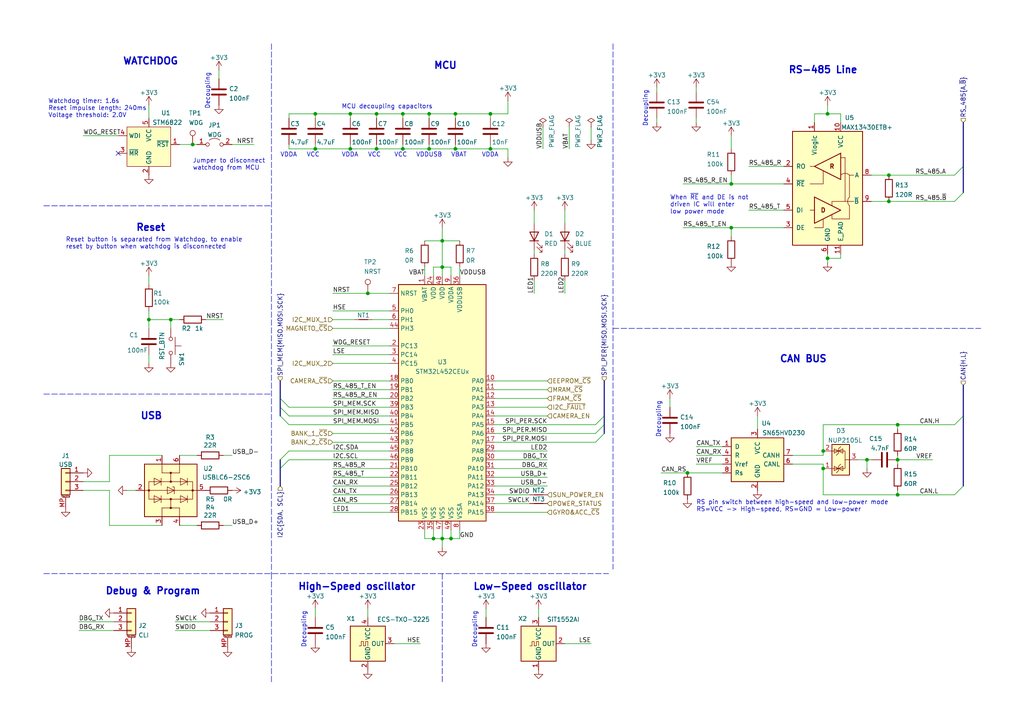
<source format=kicad_sch>
(kicad_sch (version 20211123) (generator eeschema)
  (paper "A4")
  (title_block (title "BUTCube - Flight controller") (date "2022-03-11") (rev "v1.0") (comment 1 "Author: Petr Malaník"))
  (lib_symbols
    (symbol "Connector:TestPoint" (pin_numbers hide) (pin_names (offset 0.762) hide)
      (property "Reference" "TP" (at 0 6.858 0))
      (property "Value" "TestPoint" (at 0 5.08 0))
      (symbol "TestPoint_1_1"
        (pin passive line (at 0 0 90) (length 2.54) (name "1") (number "1"))
      )
    )
    (symbol "Connector_Generic_MountingPin:Conn_01x03_MountingPin" (pin_names (offset 1.016) hide)
      (property "Reference" "J" (at 0 5.08 0))
      (property "Value" "Conn_01x03_MountingPin" (at 1.27 -5.08 0))
      (symbol "Conn_01x03_MountingPin_1_1"
        (text "Mounting" (at 0 -4.191 0) (effects (font (size 0.381 0.381))))
        (pin passive line (at -5.08 2.54 0) (length 3.81) (name "Pin_1") (number "1"))
        (pin passive line (at -5.08 0 0) (length 3.81) (name "Pin_2") (number "2"))
        (pin passive line (at -5.08 -2.54 0) (length 3.81) (name "Pin_3") (number "3"))
        (pin passive line (at 0 -7.62 90) (length 3.048) (name "MountPin") (number "MP"))
      )
    )
    (symbol "Device:C" (pin_numbers hide) (pin_names (offset 0.254))
      (property "Reference" "C" (at 0.635 2.54 0))
      (property "Value" "C" (at 0.635 -2.54 0))
      (symbol "C_1_1"
        (pin passive line (at 0 3.81 270) (length 2.794) (name "~") (number "1"))
        (pin passive line (at 0 -3.81 90) (length 2.794) (name "~") (number "2"))
      )
    )
    (symbol "Device:LED" (pin_numbers hide) (pin_names (offset 1.016) hide)
      (property "Reference" "D" (at 0 2.54 0))
      (property "Value" "LED" (at 0 -2.54 0))
      (symbol "LED_1_1"
        (pin passive line (at -3.81 0 0) (length 2.54) (name "K") (number "1"))
        (pin passive line (at 3.81 0 180) (length 2.54) (name "A") (number "2"))
      )
    )
    (symbol "Device:NetTie_2" (pin_numbers hide) (pin_names (offset 0) hide)
      (property "Reference" "NT" (at 0 1.27 0))
      (property "Value" "NetTie_2" (at 0 -1.27 0))
      (symbol "NetTie_2_1_1"
        (pin passive line (at -2.54 0 0) (length 2.54) (name "1") (number "1"))
        (pin passive line (at 2.54 0 180) (length 2.54) (name "2") (number "2"))
      )
    )
    (symbol "Device:R" (pin_numbers hide) (pin_names (offset 0))
      (property "Reference" "R" (at 2.032 0 90))
      (property "Value" "R" (at 0 0 90))
      (symbol "R_1_1"
        (pin passive line (at 0 3.81 270) (length 1.27) (name "~") (number "1"))
        (pin passive line (at 0 -3.81 90) (length 1.27) (name "~") (number "2"))
      )
    )
    (symbol "Interface_CAN_LIN:SN65HVD230" (pin_names (offset 1.016))
      (property "Reference" "U" (at -2.54 10.16 0))
      (property "Value" "SN65HVD230" (at -2.54 7.62 0))
      (symbol "SN65HVD230_1_1"
        (pin input line (at -10.16 2.54 0) (length 2.54) (name "D") (number "1"))
        (pin power_in line (at 0 -10.16 90) (length 2.54) (name "GND") (number "2"))
        (pin power_in line (at 0 7.62 270) (length 2.54) (name "VCC") (number "3"))
        (pin output line (at -10.16 0 0) (length 2.54) (name "R") (number "4"))
        (pin output line (at -10.16 -2.54 0) (length 2.54) (name "Vref") (number "5"))
        (pin bidirectional line (at 10.16 -2.54 180) (length 2.54) (name "CANL") (number "6"))
        (pin bidirectional line (at 10.16 0 180) (length 2.54) (name "CANH") (number "7"))
        (pin input line (at -10.16 -5.08 0) (length 2.54) (name "Rs") (number "8"))
      )
    )
    (symbol "Jumper:Jumper_2_Open" (pin_names (offset 0) hide)
      (property "Reference" "JP" (at 0 2.794 0))
      (property "Value" "Jumper_2_Open" (at 0 -2.286 0))
      (symbol "Jumper_2_Open_1_1"
        (pin passive line (at -5.08 0 0) (length 2.54) (name "A") (number "1"))
        (pin passive line (at 5.08 0 180) (length 2.54) (name "B") (number "2"))
      )
    )
    (symbol "LED_1" (pin_numbers hide) (pin_names (offset 1.016) hide)
      (property "Reference" "D" (at 0 2.54 0))
      (property "Value" "LED_1" (at 0 -2.54 0))
      (symbol "LED_1_1_1"
        (pin passive line (at -3.81 0 0) (length 2.54) (name "K") (number "1"))
        (pin passive line (at 3.81 0 180) (length 2.54) (name "A") (number "2"))
      )
    )
    (symbol "MCU_ST_STM32L4:STM32L452CEUx"
      (property "Reference" "U" (at -12.7 34.29 0))
      (property "Value" "STM32L452CEUx" (at 7.62 34.29 0))
      (symbol "STM32L452CEUx_1_1"
        (pin power_in line (at -5.08 35.56 270) (length 2.54) (name "VBAT") (number "1"))
        (pin bidirectional line (at 15.24 5.08 180) (length 2.54) (name "PA0") (number "10"))
        (pin bidirectional line (at 15.24 2.54 180) (length 2.54) (name "PA1") (number "11"))
        (pin bidirectional line (at 15.24 0 180) (length 2.54) (name "PA2") (number "12"))
        (pin bidirectional line (at 15.24 -2.54 180) (length 2.54) (name "PA3") (number "13"))
        (pin bidirectional line (at 15.24 -5.08 180) (length 2.54) (name "PA4") (number "14"))
        (pin bidirectional line (at 15.24 -7.62 180) (length 2.54) (name "PA5") (number "15"))
        (pin bidirectional line (at 15.24 -10.16 180) (length 2.54) (name "PA6") (number "16"))
        (pin bidirectional line (at 15.24 -12.7 180) (length 2.54) (name "PA7") (number "17"))
        (pin bidirectional line (at -15.24 5.08 0) (length 2.54) (name "PB0") (number "18"))
        (pin bidirectional line (at -15.24 2.54 0) (length 2.54) (name "PB1") (number "19"))
        (pin bidirectional line (at -15.24 15.24 0) (length 2.54) (name "PC13") (number "2"))
        (pin bidirectional line (at -15.24 0 0) (length 2.54) (name "PB2") (number "20"))
        (pin bidirectional line (at -15.24 -20.32 0) (length 2.54) (name "PB10") (number "21"))
        (pin bidirectional line (at -15.24 -22.86 0) (length 2.54) (name "PB11") (number "22"))
        (pin power_in line (at -5.08 -38.1 90) (length 2.54) (name "VSS") (number "23"))
        (pin power_in line (at -2.54 35.56 270) (length 2.54) (name "VDD") (number "24"))
        (pin bidirectional line (at -15.24 -25.4 0) (length 2.54) (name "PB12") (number "25"))
        (pin bidirectional line (at -15.24 -27.94 0) (length 2.54) (name "PB13") (number "26"))
        (pin bidirectional line (at -15.24 -30.48 0) (length 2.54) (name "PB14") (number "27"))
        (pin bidirectional line (at -15.24 -33.02 0) (length 2.54) (name "PB15") (number "28"))
        (pin bidirectional line (at 15.24 -15.24 180) (length 2.54) (name "PA8") (number "29"))
        (pin bidirectional line (at -15.24 12.7 0) (length 2.54) (name "PC14") (number "3"))
        (pin bidirectional line (at 15.24 -17.78 180) (length 2.54) (name "PA9") (number "30"))
        (pin bidirectional line (at 15.24 -20.32 180) (length 2.54) (name "PA10") (number "31"))
        (pin bidirectional line (at 15.24 -22.86 180) (length 2.54) (name "PA11") (number "32"))
        (pin bidirectional line (at 15.24 -25.4 180) (length 2.54) (name "PA12") (number "33"))
        (pin bidirectional line (at 15.24 -27.94 180) (length 2.54) (name "PA13") (number "34"))
        (pin power_in line (at -2.54 -38.1 90) (length 2.54) (name "VSS") (number "35"))
        (pin power_in line (at 5.08 35.56 270) (length 2.54) (name "VDDUSB") (number "36"))
        (pin bidirectional line (at 15.24 -30.48 180) (length 2.54) (name "PA14") (number "37"))
        (pin bidirectional line (at 15.24 -33.02 180) (length 2.54) (name "PA15") (number "38"))
        (pin bidirectional line (at -15.24 -2.54 0) (length 2.54) (name "PB3") (number "39"))
        (pin bidirectional line (at -15.24 10.16 0) (length 2.54) (name "PC15") (number "4"))
        (pin bidirectional line (at -15.24 -5.08 0) (length 2.54) (name "PB4") (number "40"))
        (pin bidirectional line (at -15.24 -7.62 0) (length 2.54) (name "PB5") (number "41"))
        (pin bidirectional line (at -15.24 -10.16 0) (length 2.54) (name "PB6") (number "42"))
        (pin bidirectional line (at -15.24 -12.7 0) (length 2.54) (name "PB7") (number "43"))
        (pin bidirectional line (at -15.24 20.32 0) (length 2.54) (name "PH3") (number "44"))
        (pin bidirectional line (at -15.24 -15.24 0) (length 2.54) (name "PB8") (number "45"))
        (pin bidirectional line (at -15.24 -17.78 0) (length 2.54) (name "PB9") (number "46"))
        (pin power_in line (at 0 -38.1 90) (length 2.54) (name "VSS") (number "47"))
        (pin power_in line (at 0 35.56 270) (length 2.54) (name "VDD") (number "48"))
        (pin power_in line (at 2.54 -38.1 90) (length 2.54) (name "VSS") (number "49"))
        (pin input line (at -15.24 25.4 0) (length 2.54) (name "PH0") (number "5"))
        (pin input line (at -15.24 22.86 0) (length 2.54) (name "PH1") (number "6"))
        (pin input line (at -15.24 30.48 0) (length 2.54) (name "NRST") (number "7"))
        (pin power_in line (at 5.08 -38.1 90) (length 2.54) (name "VSSA") (number "8"))
        (pin power_in line (at 2.54 35.56 270) (length 2.54) (name "VDDA") (number "9"))
      )
    )
    (symbol "Power_Protection:NUP2105L" (pin_names hide)
      (property "Reference" "D" (at 5.715 2.54 0))
      (property "Value" "NUP2105L" (at 5.715 0.635 0))
      (symbol "NUP2105L_0_0"
        (pin passive line (at 0 -5.08 90) (length 2.54) (name "A") (number "3"))
      )
      (symbol "NUP2105L_1_1"
        (pin passive line (at -2.54 5.08 270) (length 2.54) (name "K") (number "1"))
        (pin passive line (at 2.54 5.08 270) (length 2.54) (name "K") (number "2"))
      )
    )
    (symbol "Power_Protection:USBLC6-2SC6" (pin_names hide)
      (property "Reference" "U" (at 2.54 8.89 0))
      (property "Value" "USBLC6-2SC6" (at 2.54 -8.89 0))
      (symbol "USBLC6-2SC6_1_1"
        (pin passive line (at -10.16 -2.54 0) (length 2.54) (name "I/O1") (number "1"))
        (pin passive line (at 0 -10.16 90) (length 2.54) (name "GND") (number "2"))
        (pin passive line (at 10.16 -2.54 180) (length 2.54) (name "I/O2") (number "3"))
        (pin passive line (at 10.16 2.54 180) (length 2.54) (name "I/O2") (number "4"))
        (pin passive line (at 0 10.16 270) (length 2.54) (name "VBUS") (number "5"))
        (pin passive line (at -10.16 2.54 0) (length 2.54) (name "I/O1") (number "6"))
      )
    )
    (symbol "Switch:SW_Push" (pin_numbers hide) (pin_names (offset 1.016) hide)
      (property "Reference" "SW" (at 1.27 2.54 0))
      (property "Value" "SW_Push" (at 0 -1.524 0))
      (symbol "SW_Push_0_1"
        (pin passive line (at -5.08 0 0) (length 2.54) (name "1") (number "1"))
        (pin passive line (at 5.08 0 180) (length 2.54) (name "2") (number "2"))
      )
    )
    (symbol "TCY_IC:MAX13430ETB+" (pin_names (offset 1.016))
      (property "Reference" "U" (at -10.16 19.05 0))
      (property "Value" "MAX13430ETB+" (at 5.08 19.05 0))
      (symbol "MAX13430ETB+_0_0"
        (text "D" (at -1.27 -5.08 0) (effects (font (size 1.27 1.27) bold)))
        (text "R" (at 1.27 7.62 0) (effects (font (size 1.27 1.27) bold)))
      )
      (symbol "MAX13430ETB+_1_1"
        (pin power_in line (at -3.81 20.32 270) (length 2.54) (name "Vlogic") (number "1"))
        (pin power_in line (at 3.81 20.32 270) (length 2.54) (name "VCC") (number "10"))
        (pin power_in line (at 3.81 -17.78 90) (length 2.54) (name "E_PAD") (number "11"))
        (pin output line (at -12.7 7.62 0) (length 2.54) (name "RO") (number "2"))
        (pin input line (at -12.7 -10.16 0) (length 2.54) (name "DE") (number "3"))
        (pin input line (at -12.7 2.54 0) (length 2.54) (name "~{RE}") (number "4"))
        (pin input line (at -12.7 -5.08 0) (length 2.54) (name "DI") (number "5"))
        (pin power_in line (at 0 -17.78 90) (length 2.54) (name "GND") (number "6"))
        (pin no_connect line (at 10.16 1.27 180) (length 2.54) hide (name "NC") (number "7"))
        (pin input line (at 12.7 5.08 180) (length 2.54) (name "A") (number "8"))
        (pin input line (at 12.7 -2.54 180) (length 2.54) (name "~{B}") (number "9"))
      )
    )
    (symbol "TCY_IC:STM6822"
      (property "Reference" "U" (at 6.35 13.97 0))
      (property "Value" "STM6822" (at 6.35 16.51 0))
      (symbol "STM6822_1_1"
        (pin open_collector line (at 8.89 6.35 180) (length 2.54) (name "~{RST}") (number "1"))
        (pin passive line (at 0 -2.54 90) (length 2.54) (name "GND") (number "2"))
        (pin input line (at -8.89 3.81 0) (length 2.54) (name "~{MR}") (number "3"))
        (pin input line (at -8.89 8.89 0) (length 2.54) (name "WDI") (number "4"))
        (pin power_in line (at 0 13.97 270) (length 2.54) (name "VCC") (number "5"))
      )
    )
    (symbol "TCY_ocillators:ECS-TXO-3225" (pin_names (offset 0.254))
      (property "Reference" "X" (at -6.35 6.35 0))
      (property "Value" "ECS-TXO-3225" (at 1.27 6.35 0))
      (symbol "ECS-TXO-3225_1_1"
        (pin no_connect line (at -7.62 0 0) (length 2.54) hide (name "NC") (number "1"))
        (pin power_in line (at 0 -7.62 90) (length 2.54) (name "GND") (number "2"))
        (pin output line (at 7.62 0 180) (length 2.54) (name "OUT") (number "3"))
        (pin power_in line (at 0 7.62 270) (length 2.54) (name "VCC") (number "4"))
      )
    )
    (symbol "TCY_ocillators:SiT1552AI" (pin_names (offset 0.254))
      (property "Reference" "X" (at -6.35 6.35 0))
      (property "Value" "SiT1552AI" (at 1.27 6.35 0))
      (symbol "SiT1552AI_1_1"
        (pin power_in line (at 0 -7.62 90) (length 2.54) (name "GND") (number "1"))
        (pin output line (at 7.62 0 180) (length 2.54) (name "OUT") (number "2"))
        (pin power_in line (at 0 7.62 270) (length 2.54) (name "VCC") (number "3"))
        (pin power_in line (at 0 -7.62 90) (length 2.54) hide (name "GND") (number "4"))
      )
    )
    (symbol "power:+3.3V" (power) (pin_names (offset 0))
      (property "Value" "+3.3V" (at 0 3.556 0))
      (symbol "+3.3V_1_1"
        (pin power_in line (at 0 0 90) (length 0) hide (name "+3V3") (number "1"))
      )
    )
    (symbol "power:GND" (power) (pin_names (offset 0))
      (property "Value" "GND" (at 0 -3.81 0))
      (symbol "GND_1_1"
        (pin power_in line (at 0 0 270) (length 0) hide (name "GND") (number "1"))
      )
    )
    (symbol "power:PWR_FLAG" (power) (pin_numbers hide) (pin_names (offset 0) hide)
      (property "Value" "PWR_FLAG" (at 0 3.81 0))
      (symbol "PWR_FLAG_0_0"
        (pin power_out line (at 0 0 90) (length 0) (name "pwr") (number "1"))
      )
    )
  )
  (junction (at 106.68 85.09))
  (junction (at 128.27 77.47) (diameter 0.9144))
  (junction (at 43.18 92.71) (diameter 0.9144))
  (junction (at 260.35 133.35) (diameter 0.9144))
  (junction (at 128.27 156.21) (diameter 0.9144))
  (junction (at 101.6 43.18) (diameter 0.9144))
  (junction (at 240.03 74.93) (diameter 0.9144))
  (junction (at 212.09 66.04) (diameter 0.9144))
  (junction (at 101.6 33.02) (diameter 0.9144))
  (junction (at 91.44 43.18) (diameter 0.9144))
  (junction (at 251.46 133.35) (diameter 0.9144))
  (junction (at 260.35 143.51) (diameter 0.9144))
  (junction (at 142.24 43.18) (diameter 0.9144))
  (junction (at 260.35 123.19) (diameter 0.9144))
  (junction (at 132.08 33.02) (diameter 0.9144))
  (junction (at 199.39 137.16) (diameter 0.9144))
  (junction (at 49.53 92.71) (diameter 0.9144))
  (junction (at 238.76 135.89) (diameter 0.9144))
  (junction (at 116.84 33.02) (diameter 0.9144))
  (junction (at 132.08 43.18) (diameter 0.9144))
  (junction (at 109.22 43.18) (diameter 0.9144))
  (junction (at 116.84 43.18) (diameter 0.9144))
  (junction (at 91.44 33.02) (diameter 0.9144))
  (junction (at 109.22 33.02) (diameter 0.9144))
  (junction (at 125.73 156.21) (diameter 0.9144))
  (junction (at 124.46 43.18) (diameter 0.9144))
  (junction (at 257.81 58.42) (diameter 0.9144))
  (junction (at 124.46 33.02) (diameter 0.9144))
  (junction (at 257.81 50.8) (diameter 0.9144))
  (junction (at 128.27 69.85) (diameter 0.9144))
  (junction (at 212.09 53.34) (diameter 0.9144))
  (junction (at 55.88 41.91) (diameter 0.9144))
  (junction (at 142.24 33.02) (diameter 0.9144))
  (junction (at 240.03 33.02) (diameter 0.9144))
  (junction (at 238.76 130.81) (diameter 0.9144))
  (junction (at 130.81 156.21) (diameter 0.9144))
  (no_connect (at 34.29 44.45))
  (bus_entry (at 81.28 120.65) (size 2.54 2.54))
  (bus_entry (at 279.4 140.97) (size -2.54 2.54))
  (bus_entry (at 81.28 118.11) (size 2.54 2.54))
  (bus_entry (at 279.4 48.26) (size -2.54 2.54))
  (bus_entry (at 175.26 123.19) (size -2.54 2.54))
  (bus_entry (at 279.4 55.88) (size -2.54 2.54))
  (bus_entry (at 175.26 120.65) (size -2.54 2.54))
  (bus_entry (at 279.4 120.65) (size -2.54 2.54))
  (bus_entry (at 175.26 125.73) (size -2.54 2.54))
  (bus_entry (at 81.28 133.35) (size 2.54 -2.54))
  (bus_entry (at 81.28 135.89) (size 2.54 -2.54))
  (bus_entry (at 81.28 115.57) (size 2.54 2.54))
  (wire (pts (xy 96.52 113.03) (xy 113.03 113.03)))
  (polyline (pts (xy 12.7 166.37) (xy 176.53 166.37)) (stroke (width 0) (type dash)))
  (wire (pts (xy 257.81 50.8) (xy 276.86 50.8)))
  (wire (pts (xy 96.52 102.87) (xy 113.03 102.87)))
  (wire (pts (xy 52.07 152.4) (xy 57.15 152.4)))
  (wire (pts (xy 43.18 80.01) (xy 43.18 82.55)))
  (wire (pts (xy 198.12 53.34) (xy 212.09 53.34)))
  (wire (pts (xy 60.96 182.88) (xy 50.8 182.88)))
  (wire (pts (xy 24.13 142.24) (xy 31.75 142.24)))
  (wire (pts (xy 260.35 133.35) (xy 270.51 133.35)))
  (wire (pts (xy 143.51 128.27) (xy 172.72 128.27)))
  (wire (pts (xy 260.35 142.24) (xy 260.35 143.51)))
  (wire (pts (xy 142.24 43.18) (xy 147.32 43.18)))
  (wire (pts (xy 147.32 43.18) (xy 147.32 45.72)))
  (wire (pts (xy 83.82 118.11) (xy 113.03 118.11)))
  (wire (pts (xy 109.22 43.18) (xy 101.6 43.18)))
  (wire (pts (xy 114.3 186.69) (xy 121.92 186.69)))
  (wire (pts (xy 143.51 138.43) (xy 158.75 138.43)))
  (wire (pts (xy 163.83 81.28) (xy 163.83 85.09)))
  (wire (pts (xy 238.76 135.89) (xy 238.76 143.51)))
  (wire (pts (xy 128.27 69.85) (xy 128.27 77.47)))
  (wire (pts (xy 154.94 81.28) (xy 154.94 85.09)))
  (bus (pts (xy 175.26 120.65) (xy 175.26 123.19)))
  (wire (pts (xy 125.73 77.47) (xy 128.27 77.47)))
  (wire (pts (xy 123.19 69.85) (xy 128.27 69.85)))
  (wire (pts (xy 128.27 69.85) (xy 133.35 69.85)))
  (wire (pts (xy 201.93 25.4) (xy 201.93 26.67)))
  (bus (pts (xy 279.4 35.56) (xy 279.4 48.26)))
  (wire (pts (xy 143.51 146.05) (xy 153.67 146.05)))
  (wire (pts (xy 83.82 133.35) (xy 113.03 133.35)))
  (wire (pts (xy 31.75 142.24) (xy 31.75 152.4)))
  (wire (pts (xy 125.73 153.67) (xy 125.73 156.21)))
  (bus (pts (xy 81.28 118.11) (xy 81.28 120.65)))
  (wire (pts (xy 96.52 92.71) (xy 102.87 92.71)))
  (bus (pts (xy 279.4 120.65) (xy 279.4 140.97)))
  (wire (pts (xy 96.52 110.49) (xy 113.03 110.49)))
  (wire (pts (xy 219.71 120.65) (xy 219.71 124.46)))
  (wire (pts (xy 156.21 176.53) (xy 156.21 179.07)))
  (wire (pts (xy 96.52 143.51) (xy 113.03 143.51)))
  (bus (pts (xy 81.28 115.57) (xy 81.28 118.11)))
  (wire (pts (xy 64.77 132.08) (xy 67.31 132.08)))
  (wire (pts (xy 96.52 100.33) (xy 113.03 100.33)))
  (wire (pts (xy 143.51 123.19) (xy 172.72 123.19)))
  (wire (pts (xy 163.83 186.69) (xy 171.45 186.69)))
  (wire (pts (xy 190.5 25.4) (xy 190.5 26.67)))
  (wire (pts (xy 143.51 148.59) (xy 158.75 148.59)))
  (wire (pts (xy 130.81 153.67) (xy 130.81 156.21)))
  (wire (pts (xy 201.93 129.54) (xy 209.55 129.54)))
  (wire (pts (xy 33.02 180.34) (xy 22.86 180.34)))
  (wire (pts (xy 143.51 115.57) (xy 158.75 115.57)))
  (wire (pts (xy 116.84 41.91) (xy 116.84 43.18)))
  (wire (pts (xy 201.93 134.62) (xy 209.55 134.62)))
  (wire (pts (xy 217.17 60.96) (xy 227.33 60.96)))
  (wire (pts (xy 260.35 143.51) (xy 238.76 143.51)))
  (wire (pts (xy 260.35 143.51) (xy 276.86 143.51)))
  (wire (pts (xy 101.6 43.18) (xy 101.6 41.91)))
  (wire (pts (xy 252.73 50.8) (xy 257.81 50.8)))
  (wire (pts (xy 109.22 33.02) (xy 116.84 33.02)))
  (wire (pts (xy 109.22 34.29) (xy 109.22 33.02)))
  (wire (pts (xy 116.84 33.02) (xy 124.46 33.02)))
  (wire (pts (xy 124.46 33.02) (xy 132.08 33.02)))
  (wire (pts (xy 132.08 33.02) (xy 132.08 34.29)))
  (polyline (pts (xy 12.7 114.3) (xy 78.74 114.3)) (stroke (width 0) (type dash)))
  (wire (pts (xy 143.51 135.89) (xy 158.75 135.89)))
  (wire (pts (xy 190.5 34.29) (xy 190.5 35.56)))
  (wire (pts (xy 59.69 92.71) (xy 64.77 92.71)))
  (polyline (pts (xy 78.74 166.37) (xy 78.74 198.12)) (stroke (width 0) (type dash)))
  (wire (pts (xy 96.52 85.09) (xy 106.68 85.09)))
  (wire (pts (xy 83.82 43.18) (xy 83.82 41.91)))
  (wire (pts (xy 91.44 41.91) (xy 91.44 43.18)))
  (wire (pts (xy 91.44 43.18) (xy 83.82 43.18)))
  (wire (pts (xy 133.35 77.47) (xy 133.35 80.01)))
  (wire (pts (xy 212.09 39.37) (xy 212.09 43.18)))
  (wire (pts (xy 252.73 58.42) (xy 257.81 58.42)))
  (wire (pts (xy 142.24 33.02) (xy 142.24 34.29)))
  (bus (pts (xy 175.26 110.49) (xy 175.26 120.65)))
  (wire (pts (xy 128.27 69.85) (xy 128.27 66.04)))
  (wire (pts (xy 96.52 140.97) (xy 113.03 140.97)))
  (wire (pts (xy 101.6 34.29) (xy 101.6 33.02)))
  (wire (pts (xy 154.94 60.96) (xy 154.94 64.77)))
  (wire (pts (xy 154.94 72.39) (xy 154.94 73.66)))
  (wire (pts (xy 24.13 139.7) (xy 31.75 139.7)))
  (wire (pts (xy 43.18 92.71) (xy 49.53 92.71)))
  (wire (pts (xy 49.53 92.71) (xy 52.07 92.71)))
  (polyline (pts (xy 78.74 12.7) (xy 78.74 166.37)) (stroke (width 0) (type dash)))
  (wire (pts (xy 212.09 66.04) (xy 212.09 68.58)))
  (wire (pts (xy 140.97 176.53) (xy 140.97 179.07)))
  (bus (pts (xy 175.26 123.19) (xy 175.26 125.73)))
  (wire (pts (xy 243.84 73.66) (xy 243.84 74.93)))
  (wire (pts (xy 243.84 74.93) (xy 240.03 74.93)))
  (wire (pts (xy 106.68 176.53) (xy 106.68 179.07)))
  (wire (pts (xy 67.31 41.91) (xy 73.66 41.91)))
  (wire (pts (xy 217.17 48.26) (xy 227.33 48.26)))
  (wire (pts (xy 201.93 132.08) (xy 209.55 132.08)))
  (wire (pts (xy 83.82 33.02) (xy 91.44 33.02)))
  (wire (pts (xy 83.82 34.29) (xy 83.82 33.02)))
  (wire (pts (xy 91.44 33.02) (xy 91.44 34.29)))
  (wire (pts (xy 49.53 92.71) (xy 49.53 95.25)))
  (wire (pts (xy 123.19 77.47) (xy 123.19 80.01)))
  (polyline (pts (xy 177.8 12.7) (xy 177.8 165.1)) (stroke (width 0) (type dash)))
  (wire (pts (xy 240.03 73.66) (xy 240.03 74.93)))
  (wire (pts (xy 240.03 74.93) (xy 240.03 76.2)))
  (wire (pts (xy 243.84 33.02) (xy 240.03 33.02)))
  (wire (pts (xy 243.84 35.56) (xy 243.84 33.02)))
  (wire (pts (xy 128.27 153.67) (xy 128.27 156.21)))
  (wire (pts (xy 96.52 105.41) (xy 113.03 105.41)))
  (wire (pts (xy 91.44 33.02) (xy 101.6 33.02)))
  (wire (pts (xy 143.51 113.03) (xy 158.75 113.03)))
  (wire (pts (xy 123.19 156.21) (xy 123.19 153.67)))
  (wire (pts (xy 125.73 156.21) (xy 123.19 156.21)))
  (wire (pts (xy 128.27 156.21) (xy 125.73 156.21)))
  (wire (pts (xy 128.27 158.75) (xy 128.27 156.21)))
  (wire (pts (xy 143.51 140.97) (xy 158.75 140.97)))
  (wire (pts (xy 36.83 142.24) (xy 39.37 142.24)))
  (wire (pts (xy 142.24 41.91) (xy 142.24 43.18)))
  (wire (pts (xy 96.52 146.05) (xy 113.03 146.05)))
  (wire (pts (xy 43.18 90.17) (xy 43.18 92.71)))
  (wire (pts (xy 83.82 120.65) (xy 113.03 120.65)))
  (wire (pts (xy 171.45 36.83) (xy 171.45 40.64)))
  (wire (pts (xy 163.83 60.96) (xy 163.83 64.77)))
  (wire (pts (xy 124.46 33.02) (xy 124.46 34.29)))
  (wire (pts (xy 83.82 130.81) (xy 113.03 130.81)))
  (wire (pts (xy 101.6 33.02) (xy 109.22 33.02)))
  (wire (pts (xy 31.75 152.4) (xy 46.99 152.4)))
  (bus (pts (xy 81.28 135.89) (xy 81.28 140.97)))
  (wire (pts (xy 165.1 36.83) (xy 165.1 43.18)))
  (wire (pts (xy 198.12 66.04) (xy 212.09 66.04)))
  (wire (pts (xy 212.09 66.04) (xy 227.33 66.04)))
  (bus (pts (xy 279.4 111.76) (xy 279.4 120.65)))
  (wire (pts (xy 191.77 137.16) (xy 199.39 137.16)))
  (wire (pts (xy 83.82 123.19) (xy 113.03 123.19)))
  (wire (pts (xy 124.46 41.91) (xy 124.46 43.18)))
  (wire (pts (xy 107.95 92.71) (xy 113.03 92.71)))
  (wire (pts (xy 96.52 138.43) (xy 113.03 138.43)))
  (wire (pts (xy 132.08 33.02) (xy 142.24 33.02)))
  (wire (pts (xy 31.75 132.08) (xy 46.99 132.08)))
  (wire (pts (xy 199.39 137.16) (xy 209.55 137.16)))
  (wire (pts (xy 64.77 152.4) (xy 67.31 152.4)))
  (wire (pts (xy 163.83 72.39) (xy 163.83 73.66)))
  (wire (pts (xy 96.52 125.73) (xy 113.03 125.73)))
  (wire (pts (xy 63.5 20.32) (xy 63.5 22.86)))
  (wire (pts (xy 96.52 128.27) (xy 113.03 128.27)))
  (wire (pts (xy 43.18 102.87) (xy 43.18 105.41)))
  (wire (pts (xy 238.76 123.19) (xy 238.76 130.81)))
  (wire (pts (xy 96.52 115.57) (xy 113.03 115.57)))
  (wire (pts (xy 128.27 77.47) (xy 128.27 80.01)))
  (wire (pts (xy 201.93 34.29) (xy 201.93 35.56)))
  (bus (pts (xy 81.28 133.35) (xy 81.28 135.89)))
  (polyline (pts (xy 128.27 166.37) (xy 128.27 198.12)) (stroke (width 0) (type dash)))
  (wire (pts (xy 236.22 33.02) (xy 240.03 33.02)))
  (wire (pts (xy 236.22 35.56) (xy 236.22 33.02)))
  (wire (pts (xy 240.03 33.02) (xy 240.03 30.48)))
  (wire (pts (xy 143.51 110.49) (xy 158.75 110.49)))
  (wire (pts (xy 142.24 33.02) (xy 147.32 33.02)))
  (wire (pts (xy 260.35 134.62) (xy 260.35 133.35)))
  (wire (pts (xy 52.07 41.91) (xy 55.88 41.91)))
  (wire (pts (xy 55.88 41.91) (xy 57.15 41.91)))
  (wire (pts (xy 130.81 77.47) (xy 128.27 77.47)))
  (wire (pts (xy 130.81 80.01) (xy 130.81 77.47)))
  (wire (pts (xy 43.18 92.71) (xy 43.18 95.25)))
  (wire (pts (xy 96.52 95.25) (xy 113.03 95.25)))
  (wire (pts (xy 143.51 143.51) (xy 153.67 143.51)))
  (wire (pts (xy 229.87 132.08) (xy 238.76 132.08)))
  (wire (pts (xy 238.76 132.08) (xy 238.76 130.81)))
  (wire (pts (xy 143.51 133.35) (xy 158.75 133.35)))
  (wire (pts (xy 96.52 148.59) (xy 113.03 148.59)))
  (wire (pts (xy 24.13 39.37) (xy 34.29 39.37)))
  (wire (pts (xy 194.31 115.57) (xy 194.31 118.11)))
  (wire (pts (xy 128.27 156.21) (xy 130.81 156.21)))
  (wire (pts (xy 130.81 156.21) (xy 133.35 156.21)))
  (wire (pts (xy 133.35 156.21) (xy 133.35 153.67)))
  (wire (pts (xy 143.51 118.11) (xy 158.75 118.11)))
  (wire (pts (xy 143.51 120.65) (xy 158.75 120.65)))
  (wire (pts (xy 132.08 43.18) (xy 142.24 43.18)))
  (wire (pts (xy 52.07 132.08) (xy 57.15 132.08)))
  (wire (pts (xy 257.81 58.42) (xy 276.86 58.42)))
  (polyline (pts (xy 12.7 59.69) (xy 78.74 59.69)) (stroke (width 0) (type dash)))
  (bus (pts (xy 279.4 48.26) (xy 279.4 55.88)))
  (wire (pts (xy 143.51 130.81) (xy 158.75 130.81)))
  (polyline (pts (xy 177.8 95.25) (xy 284.48 95.25)) (stroke (width 0) (type dash)))
  (wire (pts (xy 96.52 135.89) (xy 113.03 135.89)))
  (wire (pts (xy 31.75 139.7) (xy 31.75 132.08)))
  (wire (pts (xy 91.44 176.53) (xy 91.44 179.07)))
  (wire (pts (xy 260.35 123.19) (xy 238.76 123.19)))
  (wire (pts (xy 60.96 180.34) (xy 50.8 180.34)))
  (wire (pts (xy 212.09 50.8) (xy 212.09 53.34)))
  (wire (pts (xy 109.22 43.18) (xy 109.22 41.91)))
  (wire (pts (xy 116.84 43.18) (xy 109.22 43.18)))
  (wire (pts (xy 124.46 43.18) (xy 116.84 43.18)))
  (wire (pts (xy 132.08 41.91) (xy 132.08 43.18)))
  (wire (pts (xy 132.08 43.18) (xy 124.46 43.18)))
  (wire (pts (xy 125.73 77.47) (xy 125.73 80.01)))
  (wire (pts (xy 229.87 134.62) (xy 238.76 134.62)))
  (wire (pts (xy 238.76 134.62) (xy 238.76 135.89)))
  (wire (pts (xy 157.48 36.83) (xy 157.48 43.18)))
  (wire (pts (xy 91.44 43.18) (xy 101.6 43.18)))
  (wire (pts (xy 43.18 30.48) (xy 43.18 34.29)))
  (wire (pts (xy 143.51 125.73) (xy 172.72 125.73)))
  (wire (pts (xy 147.32 29.21) (xy 147.32 33.02)))
  (wire (pts (xy 33.02 182.88) (xy 22.86 182.88)))
  (wire (pts (xy 212.09 53.34) (xy 227.33 53.34)))
  (bus (pts (xy 81.28 110.49) (xy 81.28 115.57)))
  (wire (pts (xy 248.92 133.35) (xy 251.46 133.35)))
  (wire (pts (xy 251.46 133.35) (xy 251.46 135.89)))
  (wire (pts (xy 96.52 90.17) (xy 113.03 90.17)))
  (wire (pts (xy 260.35 132.08) (xy 260.35 133.35)))
  (wire (pts (xy 260.35 123.19) (xy 260.35 124.46)))
  (wire (pts (xy 260.35 123.19) (xy 276.86 123.19)))
  (wire (pts (xy 106.68 85.09) (xy 113.03 85.09)))
  (wire (pts (xy 116.84 33.02) (xy 116.84 34.29)))
  (wire (pts (xy 251.46 133.35) (xy 252.73 133.35)))
  (text "VCC" (at 106.68 45.72 0) (effects (font (size 1.27 1.27)) (justify left bottom)))
  (text "Jumper to disconnect\nwatchdog from MCU" (at 55.88 49.53 0) (effects (font (size 1.27 1.27)) (justify left bottom)))
  (text "VCC" (at 88.9 45.72 0) (effects (font (size 1.27 1.27)) (justify left bottom)))
  (text "Decoupling" (at 88.9 187.96 90) (effects (font (size 1.27 1.27)) (justify left bottom)))
  (text "MCU" (at 125.73 20.32 0) (effects (font (size 2 2) (thickness 0.4) bold) (justify left bottom)))
  (text "CAN BUS" (at 226.06 105.41 0) (effects (font (size 2 2) (thickness 0.4) bold) (justify left bottom)))
  (text "WATCHDOG" (at 35.56 19.05 0) (effects (font (size 2 2) (thickness 0.4) bold) (justify left bottom)))
  (text "When ~{RE} and DE is not\ndriven IC will enter\nlow power mode" (at 194.31 62.23 0) (effects (font (size 1.27 1.27)) (justify left bottom)))
  (text "MCU decoupling capacitors" (at 99.06 31.75 0) (effects (font (size 1.27 1.27)) (justify left bottom)))
  (text "VBAT" (at 130.81 45.72 0) (effects (font (size 1.27 1.27)) (justify left bottom)))
  (text "VDDUSB" (at 120.65 45.72 0) (effects (font (size 1.27 1.27)) (justify left bottom)))
  (text "Decoupling" (at 187.96 36.83 90) (effects (font (size 1.27 1.27)) (justify left bottom)))
  (text "Reset button is separated from Watchdog, to enable\nreset by button when watchdog is disconnected" (at 19.05 72.39 0) (effects (font (size 1.27 1.27)) (justify left bottom)))
  (text "VDDA" (at 139.7 45.72 0) (effects (font (size 1.27 1.27)) (justify left bottom)))
  (text "RS-485 Line" (at 228.6 21.59 0) (effects (font (size 2 2) (thickness 0.4) bold) (justify left bottom)))
  (text "Reset" (at 39.37 67.31 0) (effects (font (size 2 2) (thickness 0.4) bold) (justify left bottom)))
  (text "Low-Speed oscillator" (at 137.16 171.45 0) (effects (font (size 2 2) (thickness 0.4) bold) (justify left bottom)))
  (text "Decoupling" (at 191.77 127 90) (effects (font (size 1.27 1.27)) (justify left bottom)))
  (text "Decoupling" (at 138.43 187.96 90) (effects (font (size 1.27 1.27)) (justify left bottom)))
  (text "Decoupling" (at 60.96 31.75 90) (effects (font (size 1.27 1.27)) (justify left bottom)))
  (text "VCC" (at 114.3 45.72 0) (effects (font (size 1.27 1.27)) (justify left bottom)))
  (text "RS pin switch between high-speed and low-power mode\nRS=VCC -> High-speed, RS=GND = Low-power" (at 201.93 148.59 0) (effects (font (size 1.27 1.27)) (justify left bottom)))
  (text "VDDA" (at 81.28 45.72 0) (effects (font (size 1.27 1.27)) (justify left bottom)))
  (text "High-Speed oscillator" (at 86.36 171.45 0) (effects (font (size 2 2) (thickness 0.4) bold) (justify left bottom)))
  (text "VDDA" (at 99.06 45.72 0) (effects (font (size 1.27 1.27)) (justify left bottom)))
  (text "USB" (at 40.64 121.92 0) (effects (font (size 2 2) (thickness 0.4) bold) (justify left bottom)))
  (text "Watchdog timer: 1.6s\nReset impulse length: 240ms\nVoltage threshold: 2.0V" (at 13.97 34.29 0) (effects (font (size 1.27 1.27)) (justify left bottom)))
  (text "Debug & Program" (at 30.48 172.72 0) (effects (font (size 2 2) (thickness 0.4) bold) (justify left bottom)))
  (label "CAN.H" (at 266.7 123.19 0))
  (label "CAN_RS" (at 191.77 137.16 0))
  (label "RS_485_R_EN" (at 198.12 53.34 0))
  (label "SWDIO" (at 50.8 182.88 0))
  (label "VREF" (at 270.51 133.35 180))
  (label "DBG_TX" (at 22.86 180.34 0))
  (label "CAN.L" (at 266.7 143.51 0))
  (label "RS_485_R_EN" (at 96.52 115.57 0))
  (label "SWDIO" (at 153.67 143.51 180))
  (label "VREF" (at 201.93 134.62 0))
  (label "RS_485_T_EN" (at 96.52 113.03 0))
  (label "NRST" (at 96.52 85.09 0))
  (label "HSE" (at 121.92 186.69 180))
  (label "CAN_RX" (at 201.93 132.08 0))
  (label "SPI_MEM.MISO" (at 96.52 120.65 0))
  (label "RS_485_R" (at 96.52 135.89 0))
  (label "WDG_RESET" (at 96.52 100.33 0))
  (label "VDDUSB" (at 157.48 43.18 90))
  (label "VBAT" (at 165.1 43.18 90))
  (label "SPI_MEM.SCK" (at 96.52 118.11 0))
  (label "WDG_RESET" (at 24.13 39.37 0))
  (label "LED2" (at 163.83 85.09 90))
  (label "DBG_RX" (at 158.75 135.89 180))
  (label "RS_485_R" (at 217.17 48.26 0))
  (label "RS_485.A" (at 265.43 50.8 0))
  (label "VDDUSB" (at 133.35 80.01 0))
  (label "SPI_MEM.MOSI" (at 96.52 123.19 0))
  (label "LSE" (at 96.52 102.87 0))
  (label "RS_485_T" (at 217.17 60.96 0))
  (label "RS_485_T_EN" (at 198.12 66.04 0))
  (label "VBAT" (at 123.19 80.01 180))
  (label "LED1" (at 154.94 85.09 90))
  (label "I2C.SCL" (at 96.52 133.35 0))
  (label "SPI_PER.MISO" (at 158.75 125.73 180))
  (label "GND" (at 133.35 156.21 0))
  (label "CAN_RS" (at 96.52 146.05 0))
  (label "SWCLK" (at 50.8 180.34 0))
  (label "SPI_PER.MOSI" (at 158.75 128.27 180))
  (label "SWCLK" (at 153.67 146.05 180))
  (label "HSE" (at 96.52 90.17 0))
  (label "CAN_RX" (at 96.52 140.97 0))
  (label "SPI_PER.SCK" (at 158.75 123.19 180))
  (label "USB_D+" (at 158.75 138.43 180))
  (label "NRST" (at 64.77 92.71 180))
  (label "CAN_TX" (at 201.93 129.54 0))
  (label "LED2" (at 158.75 130.81 180))
  (label "CAN_TX" (at 96.52 143.51 0))
  (label "RS_485.~{B}" (at 265.43 58.42 0))
  (label "LSE" (at 171.45 186.69 180))
  (label "USB_D-" (at 158.75 140.97 180))
  (label "I2C.SDA" (at 96.52 130.81 0))
  (label "DBG_RX" (at 22.86 182.88 0))
  (label "NRST" (at 73.66 41.91 180))
  (label "RS_485_T" (at 96.52 138.43 0))
  (label "USB_D+" (at 67.31 152.4 0))
  (label "LED1" (at 96.52 148.59 0))
  (label "USB_D-" (at 67.31 132.08 0))
  (label "DBG_TX" (at 158.75 133.35 180))
  (hierarchical_label "POWER_STATUS" (shape input) (at 158.75 146.05 0))
  (hierarchical_label "FRAM_~{CS}" (shape input) (at 158.75 115.57 0))
  (hierarchical_label "SPI_MEM{MISO,MOSI,SCK}" (shape input) (at 81.28 110.49 90))
  (hierarchical_label "I2C_MUX_1" (shape input) (at 96.52 92.71 180))
  (hierarchical_label "MAGNETO_~{CS}" (shape input) (at 96.52 95.25 180))
  (hierarchical_label "I2C{SDA, SCL}" (shape input) (at 81.28 140.97 270))
  (hierarchical_label "CAMERA_EN" (shape input) (at 158.75 120.65 0))
  (hierarchical_label "I2C_~{FAULT}" (shape input) (at 158.75 118.11 0))
  (hierarchical_label "BANK_2_~{CS}" (shape input) (at 96.52 128.27 180))
  (hierarchical_label "EEPROM_~{CS}" (shape input) (at 158.75 110.49 0))
  (hierarchical_label "CAN{H,L}" (shape input) (at 279.4 111.76 90))
  (hierarchical_label "SUN_POWER_EN" (shape input) (at 158.75 143.51 0))
  (hierarchical_label "RS_485{A,~{B}}" (shape input) (at 279.4 35.56 90))
  (hierarchical_label "MRAM_~{CS}" (shape input) (at 158.75 113.03 0))
  (hierarchical_label "CAMERA_~{CS}" (shape input) (at 96.52 110.49 180))
  (hierarchical_label "GYRO&ACC_~{CS}" (shape input) (at 158.75 148.59 0))
  (hierarchical_label "I2C_MUX_2" (shape input) (at 96.52 105.41 180))
  (hierarchical_label "SPI_PER{MISO,MOSI,SCK}" (shape input) (at 175.26 110.49 90))
  (hierarchical_label "BANK_1_~{CS}" (shape input) (at 96.52 125.73 180))
  (symbol (lib_id "TCY_IC:MAX13430ETB+") (at 240.03 55.88 0) (unit 1)
    (property "Reference" "U5" (at 246.38 34.1536 0))
    (property "Value" "MAX13430ETB+" (at 251.46 36.9287 0))
    (property "Footprint" "Package_DFN_QFN:DFN-10-1EP_3x3mm_P0.5mm_EP1.55x2.48mm" (effects hide))
    (property "Datasheet" "https://datasheets.maximintegrated.com/en/ds/MAX13430E-MAX13433E.pdf" (effects hide))
  )
  (symbol (lib_id "power:+3.3V") (at 43.18 30.48 0) (unit 1)
    (property "Reference" "#PWR06" (effects hide))
    (property "Value" "+3.3V" (at 43.18 26.8755 0))
  )
  (symbol (lib_id "power:PWR_FLAG") (at 171.45 36.83 0) (unit 1)
    (property "Reference" "#FLG03" (effects hide))
    (property "Value" "PWR_FLAG" (at 173.99 38.1 90))
  )
  (symbol (lib_id "Device:R") (at 212.09 46.99 0) (unit 1)
    (property "Reference" "R11" (at 204.9781 44.8115 0) (effects (justify left)))
    (property "Value" "100k" (at 204.9781 47.5866 0) (effects (justify left)))
    (property "Footprint" "TCY_passives:R_0603_1608Metric" (effects hide))
  )
  (symbol (lib_id "Device:R") (at 260.35 138.43 0) (unit 1)
    (property "Reference" "R15" (at 262.1281 137.5215 0) (effects (justify left)))
    (property "Value" "60R" (at 262.1281 140.2966 0) (effects (justify left)))
    (property "Footprint" "TCY_passives:R_0603_1608Metric" (effects hide))
  )
  (symbol (lib_id "Device:C") (at 83.82 38.1 0) (unit 1)
    (property "Reference" "C3" (at 84.2011 35.9215 0) (effects (justify left)))
    (property "Value" "4.7uF" (at 84.2011 41.2366 0) (effects (justify left)))
    (property "Footprint" "TCY_passives:C_0603_1608Metric" (effects hide))
  )
  (symbol (lib_id "power:GND") (at 24.13 137.16 90) (unit 1)
    (property "Reference" "#PWR02" (effects hide))
    (property "Value" "GND" (effects hide))
  )
  (symbol (lib_id "Device:C") (at 63.5 26.67 0) (unit 1)
    (property "Reference" "C2" (at 66.4211 25.7615 0) (effects (justify left)))
    (property "Value" "100nF" (at 66.4211 28.5366 0) (effects (justify left)))
    (property "Footprint" "TCY_passives:C_0603_1608Metric" (effects hide))
  )
  (symbol (lib_id "Device:C") (at 109.22 38.1 0) (unit 1)
    (property "Reference" "C7" (at 109.6011 35.9215 0) (effects (justify left)))
    (property "Value" "100nF" (at 109.6011 41.2366 0) (effects (justify left)))
    (property "Footprint" "TCY_passives:C_0603_1608Metric" (effects hide))
  )
  (symbol (lib_id "Interface_CAN_LIN:SN65HVD230") (at 219.71 132.08 0) (unit 1)
    (property "Reference" "U4" (at 222.25 122.7794 0))
    (property "Value" "SN65HVD230" (at 227.33 125.5545 0))
    (property "Footprint" "Package_SO:SOIC-8_3.9x4.9mm_P1.27mm" (effects hide))
    (property "Datasheet" "http://www.ti.com/lit/ds/symlink/sn65hvd230.pdf" (effects hide))
  )
  (symbol (lib_id "power:+3.3V") (at 147.32 29.21 0) (unit 1)
    (property "Reference" "#PWR024" (effects hide))
    (property "Value" "+3.3V" (at 147.32 25.6055 0))
  )
  (symbol (lib_id "power:+3.3V") (at 156.21 176.53 0) (unit 1)
    (property "Reference" "#PWR027" (effects hide))
    (property "Value" "+3.3V" (at 156.21 172.9255 0))
  )
  (symbol (lib_id "Device:C") (at 194.31 121.92 0) (unit 1)
    (property "Reference" "C14" (at 197.2311 121.0115 0) (effects (justify left)))
    (property "Value" "100nF" (at 197.2311 123.7866 0) (effects (justify left)))
    (property "Footprint" "TCY_passives:C_0603_1608Metric" (effects hide))
  )
  (symbol (lib_id "power:+3.3V") (at 212.09 39.37 0) (unit 1)
    (property "Reference" "#PWR036" (effects hide))
    (property "Value" "+3.3V" (at 212.09 35.7655 0))
  )
  (symbol (lib_id "Device:R") (at 43.18 86.36 0) (unit 1)
    (property "Reference" "R1" (at 44.45 85.09 0) (effects (justify left)))
    (property "Value" "100k" (at 44.45 87.63 0) (effects (justify left)))
    (property "Footprint" "TCY_passives:R_0603_1608Metric" (effects hide))
  )
  (symbol (lib_id "Device:R") (at 199.39 140.97 0) (unit 1)
    (property "Reference" "R10" (at 192.2781 140.0615 0) (effects (justify left)))
    (property "Value" "100k" (at 192.2781 142.8366 0) (effects (justify left)))
    (property "Footprint" "TCY_passives:R_0603_1608Metric" (effects hide))
  )
  (symbol (lib_id "power:GND") (at 171.45 40.64 0) (unit 1)
    (property "Reference" "#PWR030" (effects hide))
    (property "Value" "GND" (effects hide))
  )
  (symbol (lib_id "power:PWR_FLAG") (at 157.48 36.83 0) (unit 1)
    (property "Reference" "#FLG01" (effects hide))
    (property "Value" "PWR_FLAG" (at 160.02 38.1 90))
  )
  (symbol (lib_id "Device:R") (at 260.35 128.27 0) (unit 1)
    (property "Reference" "R14" (at 262.1281 127.3615 0) (effects (justify left)))
    (property "Value" "60R" (at 262.1281 130.1366 0) (effects (justify left)))
    (property "Footprint" "TCY_passives:R_0603_1608Metric" (effects hide))
  )
  (symbol (lib_id "Connector_Generic_MountingPin:Conn_01x03_MountingPin") (at 19.05 139.7 0) (mirror y) (unit 1)
    (property "Reference" "J1" (at 19.05 132.1902 0))
    (property "Value" "USB" (at 19.05 134.7271 0))
    (property "Footprint" "TCY_connectors:Amphenol_10114830-11103LF_1x03_P1.25mm_Horizontal" (effects hide))
  )
  (symbol (lib_id "Device:NetTie_2") (at 156.21 143.51 0) (unit 1)
    (property "Reference" "NT2" (at 156.21 142.24 0))
    (property "Value" "NetTie_2" (effects hide))
    (property "Footprint" "TCY_net_ties:NetTie-2_SMD_Pad0.25mm" (effects hide))
  )
  (symbol (lib_id "power:+3.3V") (at 91.44 176.53 0) (unit 1)
    (property "Reference" "#PWR016" (effects hide))
    (property "Value" "+3.3V" (at 91.44 172.9255 0))
  )
  (symbol (lib_id "Device:C") (at 124.46 38.1 0) (unit 1)
    (property "Reference" "C9" (at 124.8411 35.9215 0) (effects (justify left)))
    (property "Value" "100nF" (at 124.8411 41.2366 0) (effects (justify left)))
    (property "Footprint" "TCY_passives:C_0603_1608Metric" (effects hide))
  )
  (symbol (lib_id "Connector_Generic_MountingPin:Conn_01x03_MountingPin") (at 38.1 180.34 0) (unit 1)
    (property "Reference" "J2" (at 40.1321 181.4635 0) (effects (justify left)))
    (property "Value" "CLI" (at 40.1321 184.2386 0) (effects (justify left)))
    (property "Footprint" "TCY_connectors:Amphenol_10114830-11103LF_1x03_P1.25mm_Horizontal" (effects hide))
  )
  (symbol (lib_id "Device:C") (at 101.6 38.1 0) (unit 1)
    (property "Reference" "C6" (at 101.9811 35.9215 0) (effects (justify left)))
    (property "Value" "100nF" (at 101.9811 41.2366 0) (effects (justify left)))
    (property "Footprint" "TCY_passives:C_0603_1608Metric" (effects hide))
  )
  (symbol (lib_id "power:GND") (at 38.1 187.96 0) (unit 1)
    (property "Reference" "#PWR05" (effects hide))
    (property "Value" "GND" (effects hide))
  )
  (symbol (lib_id "power:GND") (at 140.97 186.69 0) (unit 1)
    (property "Reference" "#PWR023" (effects hide))
    (property "Value" "GND" (effects hide))
  )
  (symbol (lib_id "power:GND") (at 156.21 194.31 0) (unit 1)
    (property "Reference" "#PWR028" (effects hide))
    (property "Value" "GND" (effects hide))
  )
  (symbol (lib_id "Device:C") (at 201.93 30.48 0) (unit 1)
    (property "Reference" "C54" (at 204.8511 29.5715 0) (effects (justify left)))
    (property "Value" "100nF" (at 204.8511 32.3466 0) (effects (justify left)))
    (property "Footprint" "TCY_passives:C_0603_1608Metric" (effects hide))
  )
  (symbol (lib_id "TCY_ocillators:SiT1552AI") (at 156.21 186.69 0) (unit 1)
    (property "Reference" "X2" (at 152.908 179.4315 0) (effects (justify right)))
    (property "Value" "SiT1552AI" (at 168.148 179.6666 0) (effects (justify right)))
    (property "Footprint" "TCY_oscillators:CSP-4_1.5x0.8mm" (effects hide))
    (property "Datasheet" "https://www.sitime.com/datasheet/SiT1552" (effects hide))
  )
  (symbol (lib_id "power:GND") (at 66.04 187.96 0) (unit 1)
    (property "Reference" "#PWR014" (effects hide))
    (property "Value" "GND" (effects hide))
  )
  (symbol (lib_id "power:+3.3V") (at 163.83 60.96 0) (unit 1)
    (property "Reference" "#PWR029" (effects hide))
    (property "Value" "+3.3V" (at 163.83 57.3555 0))
  )
  (symbol (lib_id "Device:C") (at 91.44 38.1 0) (unit 1)
    (property "Reference" "C4" (at 91.8211 35.9215 0) (effects (justify left)))
    (property "Value" "4.7uF" (at 91.8211 41.2366 0) (effects (justify left)))
    (property "Footprint" "TCY_passives:C_0603_1608Metric" (effects hide))
  )
  (symbol (lib_id "power:+3.3V") (at 201.93 25.4 0) (unit 1)
    (property "Reference" "#PWR0183" (effects hide))
    (property "Value" "+3.3V" (at 201.93 21.7955 0))
  )
  (symbol (lib_id "power:GND") (at 63.5 30.48 0) (unit 1)
    (property "Reference" "#PWR013" (effects hide))
    (property "Value" "GND" (effects hide))
  )
  (symbol (lib_id "Power_Protection:USBLC6-2SC6") (at 49.53 142.24 270) (unit 1)
    (property "Reference" "U2" (at 60.3442 135.89 90))
    (property "Value" "USBLC6-2SC6" (at 65.6655 138.43 90))
    (property "Footprint" "Package_TO_SOT_SMD:SOT-23-6" (effects hide))
    (property "Datasheet" "https://www.st.com/resource/en/datasheet/usblc6-2.pdf" (effects hide))
  )
  (symbol (lib_id "Device:R") (at 60.96 132.08 90) (unit 1)
    (property "Reference" "R3" (at 60.96 126.8538 90))
    (property "Value" "22R" (at 60.96 129.152 90))
    (property "Footprint" "TCY_passives:R_0603_1608Metric" (effects hide))
  )
  (symbol (lib_id "power:GND") (at 19.05 147.32 0) (unit 1)
    (property "Reference" "#PWR01" (effects hide))
    (property "Value" "GND" (effects hide))
  )
  (symbol (lib_id "power:GND") (at 212.09 76.2 0) (unit 1)
    (property "Reference" "#PWR037" (effects hide))
    (property "Value" "GND" (effects hide))
  )
  (symbol (lib_id "Jumper:Jumper_2_Open") (at 62.23 41.91 0) (unit 1)
    (property "Reference" "JP1" (at 62.23 36.2924 0))
    (property "Value" "WDG" (at 62.23 39.0675 0))
    (property "Footprint" "Jumper:SolderJumper-2_P1.3mm_Open_RoundedPad1.0x1.5mm" (effects hide))
  )
  (symbol (lib_id "Device:LED") (at 163.83 68.58 90) (unit 1)
    (property "Reference" "D2" (at 166.7511 67.862 90) (effects (justify right)))
    (property "Value" "BLUE" (at 166.7511 70.6371 90) (effects (justify right)))
    (property "Footprint" "LED_SMD:LED_0603_1608Metric" (effects hide))
  )
  (symbol (lib_id "Device:C") (at 142.24 38.1 0) (unit 1)
    (property "Reference" "C12" (at 142.6211 35.9215 0) (effects (justify left)))
    (property "Value" "10nF" (at 142.6211 41.2366 0) (effects (justify left)))
    (property "Footprint" "TCY_passives:C_0603_1608Metric" (effects hide))
  )
  (symbol (lib_id "Device:C") (at 116.84 38.1 0) (unit 1)
    (property "Reference" "C8" (at 117.2211 35.9215 0) (effects (justify left)))
    (property "Value" "100nF" (at 117.2211 41.2366 0) (effects (justify left)))
    (property "Footprint" "TCY_passives:C_0603_1608Metric" (effects hide))
  )
  (symbol (lib_id "Device:R") (at 257.81 54.61 0) (unit 1)
    (property "Reference" "R13" (at 259.5881 53.7015 0) (effects (justify left)))
    (property "Value" "120R" (at 259.5881 56.4766 0) (effects (justify left)))
    (property "Footprint" "Resistor_SMD:R_1206_3216Metric" (effects hide))
  )
  (symbol (lib_id "Device:C") (at 43.18 99.06 0) (unit 1)
    (property "Reference" "C1" (at 37.465 97.155 0) (effects (justify left)))
    (property "Value" "100nF" (at 36.83 101.6 0) (effects (justify left)))
    (property "Footprint" "TCY_passives:C_0603_1608Metric" (effects hide))
  )
  (symbol (lib_id "power:GND") (at 33.02 177.8 270) (unit 1)
    (property "Reference" "#PWR03" (effects hide))
    (property "Value" "GND" (effects hide))
  )
  (symbol (lib_id "power:+3.3V") (at 219.71 120.65 0) (unit 1)
    (property "Reference" "#PWR038" (effects hide))
    (property "Value" "+3.3V" (at 219.71 117.0455 0))
  )
  (symbol (lib_id "power:GND") (at 106.68 194.31 0) (unit 1)
    (property "Reference" "#PWR019" (effects hide))
    (property "Value" "GND" (effects hide))
  )
  (symbol (lib_id "Device:R") (at 63.5 142.24 90) (unit 1)
    (property "Reference" "R5" (at 60.96 144.78 90))
    (property "Value" "0R" (at 66.04 144.78 90))
    (property "Footprint" "TCY_passives:R_0603_1608Metric" (effects hide))
  )
  (symbol (lib_id "power:GND") (at 199.39 144.78 0) (unit 1)
    (property "Reference" "#PWR035" (effects hide))
    (property "Value" "GND" (effects hide))
  )
  (symbol (lib_id "Device:R") (at 60.96 152.4 90) (unit 1)
    (property "Reference" "R4" (at 60.96 147.1738 90))
    (property "Value" "22R" (at 60.96 149.472 90))
    (property "Footprint" "TCY_passives:R_0603_1608Metric" (effects hide))
  )
  (symbol (lib_id "Device:R") (at 154.94 77.47 0) (unit 1)
    (property "Reference" "R8" (at 156.7181 76.5615 0) (effects (justify left)))
    (property "Value" "220R" (at 156.7181 79.3366 0) (effects (justify left)))
    (property "Footprint" "TCY_passives:R_0603_1608Metric" (effects hide))
  )
  (symbol (lib_id "Device:C") (at 256.54 133.35 90) (unit 1)
    (property "Reference" "C15" (at 254 127.2244 90))
    (property "Value" "4.7nF" (at 255.27 129.9995 90))
    (property "Footprint" "TCY_passives:C_0603_1608Metric" (effects hide))
  )
  (symbol (lib_id "power:+3.3V") (at 43.18 80.01 0) (unit 1)
    (property "Reference" "#PWR08" (effects hide))
    (property "Value" "+3.3V" (at 43.18 76.4055 0))
  )
  (symbol (lib_id "power:GND") (at 194.31 125.73 0) (unit 1)
    (property "Reference" "#PWR034" (effects hide))
    (property "Value" "GND" (effects hide))
  )
  (symbol (lib_id "power:GND") (at 219.71 142.24 0) (unit 1)
    (property "Reference" "#PWR039" (effects hide))
    (property "Value" "GND" (effects hide))
  )
  (symbol (lib_id "power:+3.3V") (at 128.27 66.04 0) (unit 1)
    (property "Reference" "#PWR020" (effects hide))
    (property "Value" "+3.3V" (at 128.27 62.4355 0))
  )
  (symbol (lib_id "Device:R") (at 55.88 92.71 270) (unit 1)
    (property "Reference" "R2" (at 52.705 95.25 90) (effects (justify left)))
    (property "Value" "1k" (at 56.515 95.25 90) (effects (justify left)))
    (property "Footprint" "TCY_passives:R_0603_1608Metric" (effects hide))
  )
  (symbol (lib_id "power:GND") (at 240.03 76.2 0) (unit 1)
    (property "Reference" "#PWR041" (effects hide))
    (property "Value" "GND" (effects hide))
  )
  (symbol (lib_id "power:GND") (at 251.46 135.89 0) (unit 1)
    (property "Reference" "#PWR042" (effects hide))
    (property "Value" "GND" (effects hide))
  )
  (symbol (lib_id "Device:R") (at 123.19 73.66 0) (unit 1)
    (property "Reference" "R6" (at 117.3481 72.7515 0) (effects (justify left)))
    (property "Value" "0R" (at 117.3481 75.5266 0) (effects (justify left)))
    (property "Footprint" "TCY_passives:R_0603_1608Metric" (effects hide))
  )
  (symbol (lib_id "power:+3.3V") (at 154.94 60.96 0) (unit 1)
    (property "Reference" "#PWR026" (effects hide))
    (property "Value" "+3.3V" (at 154.94 57.3555 0))
  )
  (symbol (lib_id "Device:NetTie_2") (at 156.21 146.05 0) (unit 1)
    (property "Reference" "NT3" (at 156.21 144.78 0))
    (property "Value" "NetTie_2" (effects hide))
    (property "Footprint" "TCY_net_ties:NetTie-2_SMD_Pad0.25mm" (effects hide))
  )
  (symbol (lib_id "Device:R") (at 133.35 73.66 0) (unit 1)
    (property "Reference" "R7" (at 135.1281 72.7515 0) (effects (justify left)))
    (property "Value" "0R" (at 135.1281 75.5266 0) (effects (justify left)))
    (property "Footprint" "TCY_passives:R_0603_1608Metric" (effects hide))
  )
  (symbol (lib_id "Power_Protection:NUP2105L") (at 243.84 133.35 90) (unit 1)
    (property "Reference" "D3" (at 243.84 124.9384 90))
    (property "Value" "NUP2105L" (at 245.11 127.7135 90))
    (property "Footprint" "Package_TO_SOT_SMD:SOT-23" (effects hide))
    (property "Datasheet" "http://www.onsemi.com/pub_link/Collateral/NUP2105L-D.PDF" (effects hide))
  )
  (symbol (lib_id "power:GND") (at 91.44 186.69 0) (unit 1)
    (property "Reference" "#PWR017" (effects hide))
    (property "Value" "GND" (effects hide))
  )
  (symbol (lib_id "power:+3.3V") (at 194.31 115.57 0) (unit 1)
    (property "Reference" "#PWR033" (effects hide))
    (property "Value" "+3.3V" (at 194.31 111.9655 0))
  )
  (symbol (lib_id "Switch:SW_Push") (at 49.53 100.33 270) (unit 1)
    (property "Reference" "SW1" (at 52.705 104.14 0))
    (property "Value" "RST_BTN" (at 46.99 100.33 0))
    (property "Footprint" "TCY_buttons_switches:KMT031NGJLHS" (effects hide))
  )
  (symbol (lib_id "Device:C") (at 140.97 182.88 0) (unit 1)
    (property "Reference" "C11" (at 143.8911 181.9715 0) (effects (justify left)))
    (property "Value" "100nF" (at 143.8911 184.7466 0) (effects (justify left)))
    (property "Footprint" "TCY_passives:C_0603_1608Metric" (effects hide))
  )
  (symbol (lib_id "power:PWR_FLAG") (at 165.1 36.83 0) (unit 1)
    (property "Reference" "#FLG02" (effects hide))
    (property "Value" "PWR_FLAG" (at 167.64 38.1 90))
  )
  (symbol (lib_id "power:+3.3V") (at 106.68 176.53 0) (unit 1)
    (property "Reference" "#PWR018" (effects hide))
    (property "Value" "+3.3V" (at 106.68 172.9255 0))
  )
  (symbol (lib_id "Device:C") (at 132.08 38.1 0) (unit 1)
    (property "Reference" "C10" (at 132.4611 35.9215 0) (effects (justify left)))
    (property "Value" "100nF" (at 132.4611 41.2366 0) (effects (justify left)))
    (property "Footprint" "TCY_passives:C_0603_1608Metric" (effects hide))
  )
  (symbol (lib_id "Connector:TestPoint") (at 55.88 41.91 0) (unit 1)
    (property "Reference" "TP1" (at 54.7371 32.81 0) (effects (justify left)))
    (property "Value" "WDG" (at 54.7371 35.5851 0) (effects (justify left)))
    (property "Footprint" "TCY_connectors:TestPoint_Pad_D0.5mm" (effects hide))
  )
  (symbol (lib_id "power:GND") (at 49.53 105.41 0) (unit 1)
    (property "Reference" "#PWR010" (effects hide))
    (property "Value" "GND" (effects hide))
  )
  (symbol (lib_id "power:GND") (at 147.32 45.72 0) (unit 1)
    (property "Reference" "#PWR025" (effects hide))
    (property "Value" "GND" (effects hide))
  )
  (symbol (lib_id "power:GND") (at 128.27 158.75 0) (unit 1)
    (property "Reference" "#PWR021" (effects hide))
    (property "Value" "GND" (effects hide))
  )
  (symbol (lib_id "power:+3.3V") (at 240.03 30.48 0) (unit 1)
    (property "Reference" "#PWR040" (effects hide))
    (property "Value" "+3.3V" (at 240.03 26.8755 0))
  )
  (symbol (lib_id "power:+3.3V") (at 67.31 142.24 270) (unit 1)
    (property "Reference" "#PWR015" (effects hide))
    (property "Value" "+3.3V" (at 70.485 142.6738 90) (effects (justify left)))
  )
  (symbol (lib_id "power:GND") (at 36.83 142.24 270) (unit 1)
    (property "Reference" "#PWR04" (effects hide))
    (property "Value" "GND" (effects hide))
  )
  (symbol (lib_id "MCU_ST_STM32L4:STM32L452CEUx") (at 128.27 115.57 0) (unit 1)
    (property "Reference" "U3" (at 128.27 104.9994 0))
    (property "Value" "STM32L452CEUx" (at 128.27 107.7745 0))
    (property "Footprint" "Package_DFN_QFN:QFN-48-1EP_7x7mm_P0.5mm_EP5.6x5.6mm" (effects hide))
    (property "Datasheet" "http://www.st.com/st-web-ui/static/active/en/resource/technical/document/datasheet/DM00340549.pdf" (effects hide))
  )
  (symbol (lib_name "LED_1") (lib_id "Device:LED") (at 154.94 68.58 90) (unit 1)
    (property "Reference" "D1" (at 157.8611 67.862 90) (effects (justify right)))
    (property "Value" "RED" (at 157.8611 70.6371 90) (effects (justify right)))
    (property "Footprint" "LED_SMD:LED_0603_1608Metric" (effects hide))
  )
  (symbol (lib_id "Device:NetTie_2") (at 105.41 92.71 0) (unit 1)
    (property "Reference" "NT1" (at 105.41 91.44 0))
    (property "Value" "NetTie_2" (effects hide))
    (property "Footprint" "TCY_net_ties:NetTie-2_SMD_Pad0.25mm" (effects hide))
  )
  (symbol (lib_id "Device:R") (at 163.83 77.47 0) (unit 1)
    (property "Reference" "R9" (at 165.6081 76.5615 0) (effects (justify left)))
    (property "Value" "220R" (at 165.6081 79.3366 0) (effects (justify left)))
    (property "Footprint" "TCY_passives:R_0603_1608Metric" (effects hide))
  )
  (symbol (lib_id "power:GND") (at 201.93 35.56 0) (unit 1)
    (property "Reference" "#PWR0184" (effects hide))
    (property "Value" "GND" (effects hide))
  )
  (symbol (lib_id "Device:R") (at 212.09 72.39 0) (unit 1)
    (property "Reference" "R12" (at 204.9781 71.4815 0) (effects (justify left)))
    (property "Value" "100k" (at 204.9781 74.2566 0) (effects (justify left)))
    (property "Footprint" "TCY_passives:R_0603_1608Metric" (effects hide))
  )
  (symbol (lib_id "Device:C") (at 91.44 182.88 0) (unit 1)
    (property "Reference" "C5" (at 94.3611 181.9715 0) (effects (justify left)))
    (property "Value" "100nF" (at 94.3611 184.7466 0) (effects (justify left)))
    (property "Footprint" "TCY_passives:C_0603_1608Metric" (effects hide))
  )
  (symbol (lib_id "Connector_Generic_MountingPin:Conn_01x03_MountingPin") (at 66.04 180.34 0) (unit 1)
    (property "Reference" "J3" (at 68.0721 181.4635 0) (effects (justify left)))
    (property "Value" "PROG" (at 68.0721 184.2386 0) (effects (justify left)))
    (property "Footprint" "TCY_connectors:Amphenol_10114830-11103LF_1x03_P1.25mm_Horizontal" (effects hide))
  )
  (symbol (lib_id "TCY_ocillators:ECS-TXO-3225") (at 106.68 186.69 0) (unit 1)
    (property "Reference" "X1" (at 103.1239 179.4315 0) (effects (justify right)))
    (property "Value" "ECS-TXO-3225" (at 124.7139 179.6666 0) (effects (justify right)))
    (property "Footprint" "TCY_oscillators:ECS-TXO-3225" (effects hide))
    (property "Datasheet" "https://ecsxtal.com/store/pdf/ECS-TXO-3225.pdf" (effects hide))
  )
  (symbol (lib_id "power:GND") (at 43.18 105.41 0) (unit 1)
    (property "Reference" "#PWR09" (effects hide))
    (property "Value" "GND" (effects hide))
  )
  (symbol (lib_id "power:+3.3V") (at 140.97 176.53 0) (unit 1)
    (property "Reference" "#PWR022" (effects hide))
    (property "Value" "+3.3V" (at 140.97 172.9255 0))
  )
  (symbol (lib_id "TCY_IC:STM6822") (at 43.18 48.26 0) (unit 1)
    (property "Reference" "U1" (at 46.7361 32.7465 0) (effects (justify left)))
    (property "Value" "STM6822" (at 44.1961 35.5216 0) (effects (justify left)))
    (property "Footprint" "Package_TO_SOT_SMD:SOT-23-5" (effects hide))
    (property "Datasheet" "https://www.st.com/resource/en/datasheet/stm6321.pdf" (effects hide))
  )
  (symbol (lib_id "power:+3.3V") (at 63.5 20.32 0) (unit 1)
    (property "Reference" "#PWR012" (effects hide))
    (property "Value" "+3.3V" (at 63.5 16.7155 0))
  )
  (symbol (lib_id "power:GND") (at 190.5 35.56 0) (unit 1)
    (property "Reference" "#PWR032" (effects hide))
    (property "Value" "GND" (effects hide))
  )
  (symbol (lib_id "Connector:TestPoint") (at 106.68 85.09 0) (unit 1)
    (property "Reference" "TP2" (at 105.5371 75.99 0) (effects (justify left)))
    (property "Value" "NRST" (at 105.5371 78.7651 0) (effects (justify left)))
    (property "Footprint" "TCY_connectors:TestPoint_Pad_D0.5mm" (effects hide))
  )
  (symbol (lib_id "power:GND") (at 60.96 177.8 270) (unit 1)
    (property "Reference" "#PWR011" (effects hide))
    (property "Value" "GND" (effects hide))
  )
  (symbol (lib_id "power:GND") (at 43.18 50.8 0) (unit 1)
    (property "Reference" "#PWR07" (effects hide))
    (property "Value" "GND" (effects hide))
  )
  (symbol (lib_id "power:+3.3V") (at 190.5 25.4 0) (unit 1)
    (property "Reference" "#PWR031" (effects hide))
    (property "Value" "+3.3V" (at 190.5 21.7955 0))
  )
  (symbol (lib_id "Device:C") (at 190.5 30.48 0) (unit 1)
    (property "Reference" "C13" (at 193.4211 29.5715 0) (effects (justify left)))
    (property "Value" "100nF" (at 193.4211 32.3466 0) (effects (justify left)))
    (property "Footprint" "TCY_passives:C_0603_1608Metric" (effects hide))
  )
)
</source>
